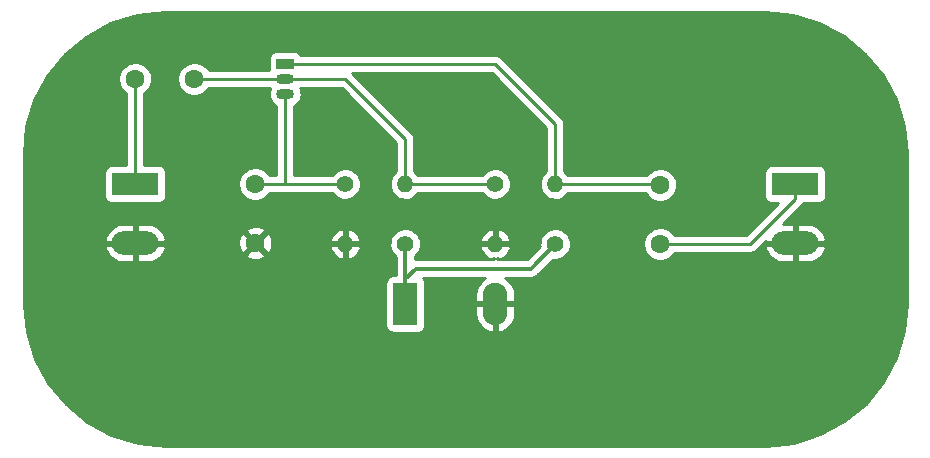
<source format=gbr>
G04 #@! TF.FileFunction,Copper,L1,Top,Signal*
%FSLAX46Y46*%
G04 Gerber Fmt 4.6, Leading zero omitted, Abs format (unit mm)*
G04 Created by KiCad (PCBNEW 4.0.6) date 06/11/17 17:15:35*
%MOMM*%
%LPD*%
G01*
G04 APERTURE LIST*
%ADD10C,0.100000*%
%ADD11R,2.100000X3.600000*%
%ADD12O,2.100000X3.600000*%
%ADD13R,3.960000X1.980000*%
%ADD14O,3.960000X1.980000*%
%ADD15C,1.600000*%
%ADD16O,1.500000X0.900000*%
%ADD17R,1.500000X0.900000*%
%ADD18C,1.400000*%
%ADD19O,1.400000X1.400000*%
%ADD20C,0.250000*%
%ADD21C,0.300000*%
%ADD22C,0.254000*%
G04 APERTURE END LIST*
D10*
D11*
X83820000Y-63500000D03*
D12*
X91440000Y-63500000D03*
D13*
X116840000Y-53340000D03*
D14*
X116840000Y-58340000D03*
D15*
X60960000Y-44450000D03*
X65960000Y-44450000D03*
X71120000Y-53340000D03*
X71120000Y-58340000D03*
X105410000Y-53420000D03*
X105410000Y-58420000D03*
D13*
X60960000Y-53340000D03*
D14*
X60960000Y-58340000D03*
D16*
X73660000Y-44450000D03*
X73660000Y-45720000D03*
D17*
X73660000Y-43180000D03*
D18*
X83820000Y-58420000D03*
D19*
X83820000Y-53340000D03*
D18*
X91440000Y-53340000D03*
D19*
X91440000Y-58420000D03*
D18*
X96520000Y-58420000D03*
D19*
X96520000Y-53340000D03*
D18*
X78740000Y-53340000D03*
D19*
X78740000Y-58420000D03*
D20*
X60960000Y-44450000D02*
X60960000Y-53340000D01*
X83820000Y-53340000D02*
X91440000Y-53340000D01*
X73660000Y-44450000D02*
X78740000Y-44450000D01*
X83820000Y-49530000D02*
X83820000Y-53340000D01*
X78740000Y-44450000D02*
X83820000Y-49530000D01*
X65960000Y-44450000D02*
X73660000Y-44450000D01*
X71120000Y-53340000D02*
X73660000Y-53340000D01*
X73660000Y-53340000D02*
X78740000Y-53340000D01*
X73660000Y-45720000D02*
X73660000Y-53340000D01*
X96520000Y-53340000D02*
X105330000Y-53340000D01*
X105330000Y-53340000D02*
X105410000Y-53420000D01*
X73660000Y-43180000D02*
X91440000Y-43180000D01*
X91440000Y-43180000D02*
X96520000Y-48260000D01*
X96520000Y-48260000D02*
X96520000Y-53340000D01*
X105410000Y-58420000D02*
X113000000Y-58420000D01*
X113000000Y-58420000D02*
X116840000Y-54580000D01*
X116840000Y-54580000D02*
X116840000Y-53340000D01*
X116760000Y-53420000D02*
X116840000Y-53340000D01*
D21*
X84720000Y-60500000D02*
X94440000Y-60500000D01*
X94440000Y-60500000D02*
X96520000Y-58420000D01*
X83820000Y-63500000D02*
X83820000Y-61400000D01*
X83820000Y-61400000D02*
X84720000Y-60500000D01*
X83820000Y-58420000D02*
X83820000Y-63500000D01*
D22*
G36*
X116628206Y-39041687D02*
X118867735Y-39717840D01*
X120933283Y-40816112D01*
X122746165Y-42294663D01*
X124237340Y-44097185D01*
X125349999Y-46155003D01*
X126041772Y-48389759D01*
X126289820Y-50749782D01*
X126290000Y-50801327D01*
X126290000Y-63465280D01*
X126058313Y-65828206D01*
X125382160Y-68067735D01*
X124283890Y-70133280D01*
X122805339Y-71946162D01*
X121002822Y-73437336D01*
X118944993Y-74550001D01*
X116710240Y-75241772D01*
X114350218Y-75489820D01*
X114298674Y-75490000D01*
X63534720Y-75490000D01*
X61171794Y-75258313D01*
X58932265Y-74582160D01*
X56866720Y-73483890D01*
X55053838Y-72005339D01*
X53562664Y-70202822D01*
X52449999Y-68144993D01*
X51758228Y-65910240D01*
X51510180Y-63550218D01*
X51510000Y-63498674D01*
X51510000Y-61700000D01*
X82131928Y-61700000D01*
X82131928Y-65300000D01*
X82139992Y-65401121D01*
X82193106Y-65572634D01*
X82291900Y-65722559D01*
X82428550Y-65839025D01*
X82592237Y-65912810D01*
X82770000Y-65938072D01*
X84870000Y-65938072D01*
X84971121Y-65930008D01*
X85142634Y-65876894D01*
X85292559Y-65778100D01*
X85409025Y-65641450D01*
X85482810Y-65477763D01*
X85508072Y-65300000D01*
X85508072Y-63627000D01*
X89755000Y-63627000D01*
X89755000Y-64377000D01*
X89812153Y-64703287D01*
X89931864Y-65012154D01*
X90109531Y-65291732D01*
X90338327Y-65531277D01*
X90609460Y-65721583D01*
X90912510Y-65855337D01*
X91051721Y-65889654D01*
X91313000Y-65770957D01*
X91313000Y-63627000D01*
X91567000Y-63627000D01*
X91567000Y-65770957D01*
X91828279Y-65889654D01*
X91967490Y-65855337D01*
X92270540Y-65721583D01*
X92541673Y-65531277D01*
X92770469Y-65291732D01*
X92948136Y-65012154D01*
X93067847Y-64703287D01*
X93125000Y-64377000D01*
X93125000Y-63627000D01*
X91567000Y-63627000D01*
X91313000Y-63627000D01*
X89755000Y-63627000D01*
X85508072Y-63627000D01*
X85508072Y-61700000D01*
X85500008Y-61598879D01*
X85446894Y-61427366D01*
X85353081Y-61285000D01*
X90600081Y-61285000D01*
X90338327Y-61468723D01*
X90109531Y-61708268D01*
X89931864Y-61987846D01*
X89812153Y-62296713D01*
X89755000Y-62623000D01*
X89755000Y-63373000D01*
X91313000Y-63373000D01*
X91313000Y-63353000D01*
X91567000Y-63353000D01*
X91567000Y-63373000D01*
X93125000Y-63373000D01*
X93125000Y-62623000D01*
X93067847Y-62296713D01*
X92948136Y-61987846D01*
X92770469Y-61708268D01*
X92541673Y-61468723D01*
X92279919Y-61285000D01*
X94440000Y-61285000D01*
X94512183Y-61277922D01*
X94584402Y-61271604D01*
X94588364Y-61270453D01*
X94592474Y-61270050D01*
X94661935Y-61249079D01*
X94731524Y-61228861D01*
X94735186Y-61226963D01*
X94739140Y-61225769D01*
X94803138Y-61191740D01*
X94867542Y-61158357D01*
X94870772Y-61155778D01*
X94874412Y-61153843D01*
X94930609Y-61108010D01*
X94987274Y-61062774D01*
X94993018Y-61057110D01*
X94993138Y-61057013D01*
X94993229Y-61056903D01*
X94995079Y-61055079D01*
X96309496Y-59740662D01*
X96361166Y-59752023D01*
X96622915Y-59757505D01*
X96880745Y-59712043D01*
X97124834Y-59617367D01*
X97345885Y-59477084D01*
X97535478Y-59296537D01*
X97686392Y-59082603D01*
X97792878Y-58843430D01*
X97850881Y-58588129D01*
X97851543Y-58540659D01*
X103973114Y-58540659D01*
X104023915Y-58817453D01*
X104127512Y-59079109D01*
X104279959Y-59315660D01*
X104475448Y-59518095D01*
X104706534Y-59678704D01*
X104964415Y-59791369D01*
X105239268Y-59851800D01*
X105520624Y-59857693D01*
X105797767Y-59808826D01*
X106060140Y-59707058D01*
X106297749Y-59556267D01*
X106501544Y-59362195D01*
X106630068Y-59180000D01*
X113000000Y-59180000D01*
X113069877Y-59173149D01*
X113139803Y-59167031D01*
X113143641Y-59165916D01*
X113147618Y-59165526D01*
X113214821Y-59145236D01*
X113282240Y-59125649D01*
X113285788Y-59123810D01*
X113289613Y-59122655D01*
X113351591Y-59089701D01*
X113413925Y-59057390D01*
X113417048Y-59054897D01*
X113420578Y-59053020D01*
X113474987Y-59008645D01*
X113529846Y-58964852D01*
X113535406Y-58959369D01*
X113535522Y-58959274D01*
X113535611Y-58959166D01*
X113537401Y-58957401D01*
X113775937Y-58718865D01*
X114269782Y-58718865D01*
X114300095Y-58844528D01*
X114428304Y-59137205D01*
X114611148Y-59399246D01*
X114841601Y-59620581D01*
X115110806Y-59792704D01*
X115408418Y-59909000D01*
X115723000Y-59965000D01*
X116713000Y-59965000D01*
X116713000Y-58467000D01*
X116967000Y-58467000D01*
X116967000Y-59965000D01*
X117957000Y-59965000D01*
X118271582Y-59909000D01*
X118569194Y-59792704D01*
X118838399Y-59620581D01*
X119068852Y-59399246D01*
X119251696Y-59137205D01*
X119379905Y-58844528D01*
X119410218Y-58718865D01*
X119290740Y-58467000D01*
X116967000Y-58467000D01*
X116713000Y-58467000D01*
X114389260Y-58467000D01*
X114269782Y-58718865D01*
X113775937Y-58718865D01*
X114354686Y-58140116D01*
X114389260Y-58213000D01*
X116713000Y-58213000D01*
X116713000Y-56715000D01*
X116967000Y-56715000D01*
X116967000Y-58213000D01*
X119290740Y-58213000D01*
X119410218Y-57961135D01*
X119379905Y-57835472D01*
X119251696Y-57542795D01*
X119068852Y-57280754D01*
X118838399Y-57059419D01*
X118569194Y-56887296D01*
X118271582Y-56771000D01*
X117957000Y-56715000D01*
X116967000Y-56715000D01*
X116713000Y-56715000D01*
X115779802Y-56715000D01*
X117377401Y-55117401D01*
X117421968Y-55063145D01*
X117467086Y-55009375D01*
X117469011Y-55005874D01*
X117471548Y-55002785D01*
X117490161Y-54968072D01*
X118820000Y-54968072D01*
X118921121Y-54960008D01*
X119092634Y-54906894D01*
X119242559Y-54808100D01*
X119359025Y-54671450D01*
X119432810Y-54507763D01*
X119458072Y-54330000D01*
X119458072Y-52350000D01*
X119450008Y-52248879D01*
X119396894Y-52077366D01*
X119298100Y-51927441D01*
X119161450Y-51810975D01*
X118997763Y-51737190D01*
X118820000Y-51711928D01*
X114860000Y-51711928D01*
X114758879Y-51719992D01*
X114587366Y-51773106D01*
X114437441Y-51871900D01*
X114320975Y-52008550D01*
X114247190Y-52172237D01*
X114221928Y-52350000D01*
X114221928Y-54330000D01*
X114229992Y-54431121D01*
X114283106Y-54602634D01*
X114381900Y-54752559D01*
X114518550Y-54869025D01*
X114682237Y-54942810D01*
X114860000Y-54968072D01*
X115377126Y-54968072D01*
X112685198Y-57660000D01*
X106627982Y-57660000D01*
X106527426Y-57508650D01*
X106329129Y-57308964D01*
X106095823Y-57151597D01*
X105836394Y-57042543D01*
X105560724Y-56985956D01*
X105279313Y-56983991D01*
X105002880Y-57036724D01*
X104741954Y-57142145D01*
X104506473Y-57296239D01*
X104305408Y-57493137D01*
X104146416Y-57725339D01*
X104035553Y-57984000D01*
X103977043Y-58259268D01*
X103973114Y-58540659D01*
X97851543Y-58540659D01*
X97855057Y-58289097D01*
X97804205Y-58032276D01*
X97704438Y-57790223D01*
X97559556Y-57572159D01*
X97375078Y-57386388D01*
X97158030Y-57239988D01*
X96916680Y-57138533D01*
X96660221Y-57085890D01*
X96398420Y-57084062D01*
X96141251Y-57133120D01*
X95898507Y-57231194D01*
X95679437Y-57374550D01*
X95492383Y-57557727D01*
X95344471Y-57773747D01*
X95241334Y-58014383D01*
X95186901Y-58270469D01*
X95183246Y-58532250D01*
X95200978Y-58628864D01*
X94114842Y-59715000D01*
X91567002Y-59715000D01*
X91567002Y-59589375D01*
X91773329Y-59712716D01*
X91881044Y-59680047D01*
X92118392Y-59569792D01*
X92329670Y-59415351D01*
X92506759Y-59222660D01*
X92642853Y-58999123D01*
X92732722Y-58753330D01*
X92610201Y-58547000D01*
X91567000Y-58547000D01*
X91567000Y-58567000D01*
X91313000Y-58567000D01*
X91313000Y-58547000D01*
X90269799Y-58547000D01*
X90147278Y-58753330D01*
X90237147Y-58999123D01*
X90373241Y-59222660D01*
X90550330Y-59415351D01*
X90761608Y-59569792D01*
X90998956Y-59680047D01*
X91106671Y-59712716D01*
X91312998Y-59589375D01*
X91312998Y-59715000D01*
X84720000Y-59715000D01*
X84647817Y-59722078D01*
X84605000Y-59725824D01*
X84605000Y-59503030D01*
X84645885Y-59477084D01*
X84835478Y-59296537D01*
X84986392Y-59082603D01*
X85092878Y-58843430D01*
X85150881Y-58588129D01*
X85155057Y-58289097D01*
X85114976Y-58086670D01*
X90147278Y-58086670D01*
X90269799Y-58293000D01*
X91313000Y-58293000D01*
X91313000Y-57250626D01*
X91567000Y-57250626D01*
X91567000Y-58293000D01*
X92610201Y-58293000D01*
X92732722Y-58086670D01*
X92642853Y-57840877D01*
X92506759Y-57617340D01*
X92329670Y-57424649D01*
X92118392Y-57270208D01*
X91881044Y-57159953D01*
X91773329Y-57127284D01*
X91567000Y-57250626D01*
X91313000Y-57250626D01*
X91106671Y-57127284D01*
X90998956Y-57159953D01*
X90761608Y-57270208D01*
X90550330Y-57424649D01*
X90373241Y-57617340D01*
X90237147Y-57840877D01*
X90147278Y-58086670D01*
X85114976Y-58086670D01*
X85104205Y-58032276D01*
X85004438Y-57790223D01*
X84859556Y-57572159D01*
X84675078Y-57386388D01*
X84458030Y-57239988D01*
X84216680Y-57138533D01*
X83960221Y-57085890D01*
X83698420Y-57084062D01*
X83441251Y-57133120D01*
X83198507Y-57231194D01*
X82979437Y-57374550D01*
X82792383Y-57557727D01*
X82644471Y-57773747D01*
X82541334Y-58014383D01*
X82486901Y-58270469D01*
X82483246Y-58532250D01*
X82530507Y-58789756D01*
X82626884Y-59033178D01*
X82768707Y-59253244D01*
X82950574Y-59441572D01*
X83035000Y-59500250D01*
X83035000Y-61061928D01*
X82770000Y-61061928D01*
X82668879Y-61069992D01*
X82497366Y-61123106D01*
X82347441Y-61221900D01*
X82230975Y-61358550D01*
X82157190Y-61522237D01*
X82131928Y-61700000D01*
X51510000Y-61700000D01*
X51510000Y-58718865D01*
X58389782Y-58718865D01*
X58420095Y-58844528D01*
X58548304Y-59137205D01*
X58731148Y-59399246D01*
X58961601Y-59620581D01*
X59230806Y-59792704D01*
X59528418Y-59909000D01*
X59843000Y-59965000D01*
X60833000Y-59965000D01*
X60833000Y-58467000D01*
X61087000Y-58467000D01*
X61087000Y-59965000D01*
X62077000Y-59965000D01*
X62391582Y-59909000D01*
X62689194Y-59792704D01*
X62958399Y-59620581D01*
X63188852Y-59399246D01*
X63235284Y-59332702D01*
X70306903Y-59332702D01*
X70378486Y-59576671D01*
X70633996Y-59697571D01*
X70908184Y-59766300D01*
X71190512Y-59780217D01*
X71470130Y-59738787D01*
X71736292Y-59643603D01*
X71861514Y-59576671D01*
X71933097Y-59332702D01*
X71120000Y-58519605D01*
X70306903Y-59332702D01*
X63235284Y-59332702D01*
X63371696Y-59137205D01*
X63499905Y-58844528D01*
X63530218Y-58718865D01*
X63410740Y-58467000D01*
X61087000Y-58467000D01*
X60833000Y-58467000D01*
X58509260Y-58467000D01*
X58389782Y-58718865D01*
X51510000Y-58718865D01*
X51510000Y-58410512D01*
X69679783Y-58410512D01*
X69721213Y-58690130D01*
X69816397Y-58956292D01*
X69883329Y-59081514D01*
X70127298Y-59153097D01*
X70940395Y-58340000D01*
X71299605Y-58340000D01*
X72112702Y-59153097D01*
X72356671Y-59081514D01*
X72477571Y-58826004D01*
X72495787Y-58753330D01*
X77447278Y-58753330D01*
X77537147Y-58999123D01*
X77673241Y-59222660D01*
X77850330Y-59415351D01*
X78061608Y-59569792D01*
X78298956Y-59680047D01*
X78406671Y-59712716D01*
X78613000Y-59589374D01*
X78613000Y-58547000D01*
X78867000Y-58547000D01*
X78867000Y-59589374D01*
X79073329Y-59712716D01*
X79181044Y-59680047D01*
X79418392Y-59569792D01*
X79629670Y-59415351D01*
X79806759Y-59222660D01*
X79942853Y-58999123D01*
X80032722Y-58753330D01*
X79910201Y-58547000D01*
X78867000Y-58547000D01*
X78613000Y-58547000D01*
X77569799Y-58547000D01*
X77447278Y-58753330D01*
X72495787Y-58753330D01*
X72546300Y-58551816D01*
X72560217Y-58269488D01*
X72533130Y-58086670D01*
X77447278Y-58086670D01*
X77569799Y-58293000D01*
X78613000Y-58293000D01*
X78613000Y-57250626D01*
X78867000Y-57250626D01*
X78867000Y-58293000D01*
X79910201Y-58293000D01*
X80032722Y-58086670D01*
X79942853Y-57840877D01*
X79806759Y-57617340D01*
X79629670Y-57424649D01*
X79418392Y-57270208D01*
X79181044Y-57159953D01*
X79073329Y-57127284D01*
X78867000Y-57250626D01*
X78613000Y-57250626D01*
X78406671Y-57127284D01*
X78298956Y-57159953D01*
X78061608Y-57270208D01*
X77850330Y-57424649D01*
X77673241Y-57617340D01*
X77537147Y-57840877D01*
X77447278Y-58086670D01*
X72533130Y-58086670D01*
X72518787Y-57989870D01*
X72423603Y-57723708D01*
X72356671Y-57598486D01*
X72112702Y-57526903D01*
X71299605Y-58340000D01*
X70940395Y-58340000D01*
X70127298Y-57526903D01*
X69883329Y-57598486D01*
X69762429Y-57853996D01*
X69693700Y-58128184D01*
X69679783Y-58410512D01*
X51510000Y-58410512D01*
X51510000Y-57961135D01*
X58389782Y-57961135D01*
X58509260Y-58213000D01*
X60833000Y-58213000D01*
X60833000Y-56715000D01*
X61087000Y-56715000D01*
X61087000Y-58213000D01*
X63410740Y-58213000D01*
X63530218Y-57961135D01*
X63499905Y-57835472D01*
X63371696Y-57542795D01*
X63235285Y-57347298D01*
X70306903Y-57347298D01*
X71120000Y-58160395D01*
X71933097Y-57347298D01*
X71861514Y-57103329D01*
X71606004Y-56982429D01*
X71331816Y-56913700D01*
X71049488Y-56899783D01*
X70769870Y-56941213D01*
X70503708Y-57036397D01*
X70378486Y-57103329D01*
X70306903Y-57347298D01*
X63235285Y-57347298D01*
X63188852Y-57280754D01*
X62958399Y-57059419D01*
X62689194Y-56887296D01*
X62391582Y-56771000D01*
X62077000Y-56715000D01*
X61087000Y-56715000D01*
X60833000Y-56715000D01*
X59843000Y-56715000D01*
X59528418Y-56771000D01*
X59230806Y-56887296D01*
X58961601Y-57059419D01*
X58731148Y-57280754D01*
X58548304Y-57542795D01*
X58420095Y-57835472D01*
X58389782Y-57961135D01*
X51510000Y-57961135D01*
X51510000Y-52350000D01*
X58341928Y-52350000D01*
X58341928Y-54330000D01*
X58349992Y-54431121D01*
X58403106Y-54602634D01*
X58501900Y-54752559D01*
X58638550Y-54869025D01*
X58802237Y-54942810D01*
X58980000Y-54968072D01*
X62940000Y-54968072D01*
X63041121Y-54960008D01*
X63212634Y-54906894D01*
X63362559Y-54808100D01*
X63479025Y-54671450D01*
X63552810Y-54507763D01*
X63578072Y-54330000D01*
X63578072Y-52350000D01*
X63570008Y-52248879D01*
X63516894Y-52077366D01*
X63418100Y-51927441D01*
X63281450Y-51810975D01*
X63117763Y-51737190D01*
X62940000Y-51711928D01*
X61720000Y-51711928D01*
X61720000Y-45667339D01*
X61847749Y-45586267D01*
X62051544Y-45392195D01*
X62213762Y-45162236D01*
X62328225Y-44905148D01*
X62390573Y-44630723D01*
X62391411Y-44570659D01*
X64523114Y-44570659D01*
X64573915Y-44847453D01*
X64677512Y-45109109D01*
X64829959Y-45345660D01*
X65025448Y-45548095D01*
X65256534Y-45708704D01*
X65514415Y-45821369D01*
X65789268Y-45881800D01*
X66070624Y-45887693D01*
X66347767Y-45838826D01*
X66610140Y-45737058D01*
X66847749Y-45586267D01*
X67051544Y-45392195D01*
X67180068Y-45210000D01*
X72401494Y-45210000D01*
X72353077Y-45299546D01*
X72290460Y-45501830D01*
X72268325Y-45712425D01*
X72287517Y-45923309D01*
X72347305Y-46126448D01*
X72445410Y-46314106D01*
X72578096Y-46479135D01*
X72740310Y-46615248D01*
X72900000Y-46703039D01*
X72900000Y-52580000D01*
X72337982Y-52580000D01*
X72237426Y-52428650D01*
X72039129Y-52228964D01*
X71805823Y-52071597D01*
X71546394Y-51962543D01*
X71270724Y-51905956D01*
X70989313Y-51903991D01*
X70712880Y-51956724D01*
X70451954Y-52062145D01*
X70216473Y-52216239D01*
X70015408Y-52413137D01*
X69856416Y-52645339D01*
X69745553Y-52904000D01*
X69687043Y-53179268D01*
X69683114Y-53460659D01*
X69733915Y-53737453D01*
X69837512Y-53999109D01*
X69989959Y-54235660D01*
X70185448Y-54438095D01*
X70416534Y-54598704D01*
X70674415Y-54711369D01*
X70949268Y-54771800D01*
X71230624Y-54777693D01*
X71507767Y-54728826D01*
X71770140Y-54627058D01*
X72007749Y-54476267D01*
X72211544Y-54282195D01*
X72340068Y-54100000D01*
X77641504Y-54100000D01*
X77688707Y-54173244D01*
X77870574Y-54361572D01*
X78085556Y-54510989D01*
X78325466Y-54615803D01*
X78581166Y-54672023D01*
X78842915Y-54677505D01*
X79100745Y-54632043D01*
X79344834Y-54537367D01*
X79565885Y-54397084D01*
X79755478Y-54216537D01*
X79906392Y-54002603D01*
X80012878Y-53763430D01*
X80070881Y-53508129D01*
X80075057Y-53209097D01*
X80024205Y-52952276D01*
X79924438Y-52710223D01*
X79779556Y-52492159D01*
X79595078Y-52306388D01*
X79378030Y-52159988D01*
X79136680Y-52058533D01*
X78880221Y-52005890D01*
X78618420Y-52004062D01*
X78361251Y-52053120D01*
X78118507Y-52151194D01*
X77899437Y-52294550D01*
X77712383Y-52477727D01*
X77642355Y-52580000D01*
X74420000Y-52580000D01*
X74420000Y-46701950D01*
X74567131Y-46623720D01*
X74731229Y-46489884D01*
X74866207Y-46326724D01*
X74966923Y-46140454D01*
X75029540Y-45938170D01*
X75051675Y-45727575D01*
X75032483Y-45516691D01*
X74972695Y-45313552D01*
X74918559Y-45210000D01*
X78425198Y-45210000D01*
X83060000Y-49844802D01*
X83060000Y-52239780D01*
X82885949Y-52379720D01*
X82718473Y-52579310D01*
X82592954Y-52807629D01*
X82514173Y-53055979D01*
X82485130Y-53314901D01*
X82485000Y-53333541D01*
X82485000Y-53346459D01*
X82510425Y-53605762D01*
X82585731Y-53855188D01*
X82708050Y-54085237D01*
X82872723Y-54287146D01*
X83073477Y-54453224D01*
X83302667Y-54577146D01*
X83551561Y-54654192D01*
X83810680Y-54681426D01*
X84070154Y-54657812D01*
X84320100Y-54584249D01*
X84550997Y-54463539D01*
X84754051Y-54300280D01*
X84921527Y-54100690D01*
X84921906Y-54100000D01*
X90341504Y-54100000D01*
X90388707Y-54173244D01*
X90570574Y-54361572D01*
X90785556Y-54510989D01*
X91025466Y-54615803D01*
X91281166Y-54672023D01*
X91542915Y-54677505D01*
X91800745Y-54632043D01*
X92044834Y-54537367D01*
X92265885Y-54397084D01*
X92455478Y-54216537D01*
X92606392Y-54002603D01*
X92712878Y-53763430D01*
X92770881Y-53508129D01*
X92775057Y-53209097D01*
X92724205Y-52952276D01*
X92624438Y-52710223D01*
X92479556Y-52492159D01*
X92295078Y-52306388D01*
X92078030Y-52159988D01*
X91836680Y-52058533D01*
X91580221Y-52005890D01*
X91318420Y-52004062D01*
X91061251Y-52053120D01*
X90818507Y-52151194D01*
X90599437Y-52294550D01*
X90412383Y-52477727D01*
X90342355Y-52580000D01*
X84919910Y-52580000D01*
X84767277Y-52392854D01*
X84580000Y-52237925D01*
X84580000Y-49530000D01*
X84573148Y-49460119D01*
X84567031Y-49390197D01*
X84565916Y-49386359D01*
X84565526Y-49382382D01*
X84545246Y-49315212D01*
X84525650Y-49247761D01*
X84523809Y-49244210D01*
X84522655Y-49240387D01*
X84489710Y-49178426D01*
X84457390Y-49116075D01*
X84454897Y-49112952D01*
X84453020Y-49109422D01*
X84408645Y-49055013D01*
X84364852Y-49000154D01*
X84359369Y-48994594D01*
X84359274Y-48994478D01*
X84359166Y-48994389D01*
X84357401Y-48992599D01*
X79304802Y-43940000D01*
X91125198Y-43940000D01*
X95760000Y-48574802D01*
X95760000Y-52239780D01*
X95585949Y-52379720D01*
X95418473Y-52579310D01*
X95292954Y-52807629D01*
X95214173Y-53055979D01*
X95185130Y-53314901D01*
X95185000Y-53333541D01*
X95185000Y-53346459D01*
X95210425Y-53605762D01*
X95285731Y-53855188D01*
X95408050Y-54085237D01*
X95572723Y-54287146D01*
X95773477Y-54453224D01*
X96002667Y-54577146D01*
X96251561Y-54654192D01*
X96510680Y-54681426D01*
X96770154Y-54657812D01*
X97020100Y-54584249D01*
X97250997Y-54463539D01*
X97454051Y-54300280D01*
X97621527Y-54100690D01*
X97621906Y-54100000D01*
X104140975Y-54100000D01*
X104279959Y-54315660D01*
X104475448Y-54518095D01*
X104706534Y-54678704D01*
X104964415Y-54791369D01*
X105239268Y-54851800D01*
X105520624Y-54857693D01*
X105797767Y-54808826D01*
X106060140Y-54707058D01*
X106297749Y-54556267D01*
X106501544Y-54362195D01*
X106663762Y-54132236D01*
X106778225Y-53875148D01*
X106840573Y-53600723D01*
X106845061Y-53279291D01*
X106790400Y-53003233D01*
X106683160Y-52743049D01*
X106527426Y-52508650D01*
X106329129Y-52308964D01*
X106095823Y-52151597D01*
X105836394Y-52042543D01*
X105560724Y-51985956D01*
X105279313Y-51983991D01*
X105002880Y-52036724D01*
X104741954Y-52142145D01*
X104506473Y-52296239D01*
X104305408Y-52493137D01*
X104245932Y-52580000D01*
X97619910Y-52580000D01*
X97467277Y-52392854D01*
X97280000Y-52237925D01*
X97280000Y-48260000D01*
X97273148Y-48190119D01*
X97267031Y-48120197D01*
X97265916Y-48116359D01*
X97265526Y-48112382D01*
X97245246Y-48045212D01*
X97225650Y-47977761D01*
X97223809Y-47974210D01*
X97222655Y-47970387D01*
X97189710Y-47908426D01*
X97157390Y-47846075D01*
X97154897Y-47842952D01*
X97153020Y-47839422D01*
X97108645Y-47785013D01*
X97064852Y-47730154D01*
X97059369Y-47724594D01*
X97059274Y-47724478D01*
X97059166Y-47724389D01*
X97057401Y-47722599D01*
X91977401Y-42642599D01*
X91923145Y-42598032D01*
X91869375Y-42552914D01*
X91865874Y-42550989D01*
X91862785Y-42548452D01*
X91800933Y-42515287D01*
X91739396Y-42481457D01*
X91735584Y-42480248D01*
X91732065Y-42478361D01*
X91664969Y-42457848D01*
X91598013Y-42436608D01*
X91594041Y-42436162D01*
X91590219Y-42434994D01*
X91520351Y-42427897D01*
X91450611Y-42420074D01*
X91442806Y-42420020D01*
X91442653Y-42420004D01*
X91442510Y-42420018D01*
X91440000Y-42420000D01*
X74962271Y-42420000D01*
X74888100Y-42307441D01*
X74751450Y-42190975D01*
X74587763Y-42117190D01*
X74410000Y-42091928D01*
X72910000Y-42091928D01*
X72808879Y-42099992D01*
X72637366Y-42153106D01*
X72487441Y-42251900D01*
X72370975Y-42388550D01*
X72297190Y-42552237D01*
X72271928Y-42730000D01*
X72271928Y-43630000D01*
X72276713Y-43690000D01*
X67177982Y-43690000D01*
X67077426Y-43538650D01*
X66879129Y-43338964D01*
X66645823Y-43181597D01*
X66386394Y-43072543D01*
X66110724Y-43015956D01*
X65829313Y-43013991D01*
X65552880Y-43066724D01*
X65291954Y-43172145D01*
X65056473Y-43326239D01*
X64855408Y-43523137D01*
X64696416Y-43755339D01*
X64585553Y-44014000D01*
X64527043Y-44289268D01*
X64523114Y-44570659D01*
X62391411Y-44570659D01*
X62395061Y-44309291D01*
X62340400Y-44033233D01*
X62233160Y-43773049D01*
X62077426Y-43538650D01*
X61879129Y-43338964D01*
X61645823Y-43181597D01*
X61386394Y-43072543D01*
X61110724Y-43015956D01*
X60829313Y-43013991D01*
X60552880Y-43066724D01*
X60291954Y-43172145D01*
X60056473Y-43326239D01*
X59855408Y-43523137D01*
X59696416Y-43755339D01*
X59585553Y-44014000D01*
X59527043Y-44289268D01*
X59523114Y-44570659D01*
X59573915Y-44847453D01*
X59677512Y-45109109D01*
X59829959Y-45345660D01*
X60025448Y-45548095D01*
X60200000Y-45669412D01*
X60200000Y-51711928D01*
X58980000Y-51711928D01*
X58878879Y-51719992D01*
X58707366Y-51773106D01*
X58557441Y-51871900D01*
X58440975Y-52008550D01*
X58367190Y-52172237D01*
X58341928Y-52350000D01*
X51510000Y-52350000D01*
X51510000Y-50834720D01*
X51741687Y-48471794D01*
X52417840Y-46232265D01*
X53516112Y-44166717D01*
X54994663Y-42353835D01*
X56797185Y-40862660D01*
X58855003Y-39750001D01*
X61089759Y-39058228D01*
X63449782Y-38810180D01*
X63501327Y-38810000D01*
X114265280Y-38810000D01*
X116628206Y-39041687D01*
X116628206Y-39041687D01*
G37*
X116628206Y-39041687D02*
X118867735Y-39717840D01*
X120933283Y-40816112D01*
X122746165Y-42294663D01*
X124237340Y-44097185D01*
X125349999Y-46155003D01*
X126041772Y-48389759D01*
X126289820Y-50749782D01*
X126290000Y-50801327D01*
X126290000Y-63465280D01*
X126058313Y-65828206D01*
X125382160Y-68067735D01*
X124283890Y-70133280D01*
X122805339Y-71946162D01*
X121002822Y-73437336D01*
X118944993Y-74550001D01*
X116710240Y-75241772D01*
X114350218Y-75489820D01*
X114298674Y-75490000D01*
X63534720Y-75490000D01*
X61171794Y-75258313D01*
X58932265Y-74582160D01*
X56866720Y-73483890D01*
X55053838Y-72005339D01*
X53562664Y-70202822D01*
X52449999Y-68144993D01*
X51758228Y-65910240D01*
X51510180Y-63550218D01*
X51510000Y-63498674D01*
X51510000Y-61700000D01*
X82131928Y-61700000D01*
X82131928Y-65300000D01*
X82139992Y-65401121D01*
X82193106Y-65572634D01*
X82291900Y-65722559D01*
X82428550Y-65839025D01*
X82592237Y-65912810D01*
X82770000Y-65938072D01*
X84870000Y-65938072D01*
X84971121Y-65930008D01*
X85142634Y-65876894D01*
X85292559Y-65778100D01*
X85409025Y-65641450D01*
X85482810Y-65477763D01*
X85508072Y-65300000D01*
X85508072Y-63627000D01*
X89755000Y-63627000D01*
X89755000Y-64377000D01*
X89812153Y-64703287D01*
X89931864Y-65012154D01*
X90109531Y-65291732D01*
X90338327Y-65531277D01*
X90609460Y-65721583D01*
X90912510Y-65855337D01*
X91051721Y-65889654D01*
X91313000Y-65770957D01*
X91313000Y-63627000D01*
X91567000Y-63627000D01*
X91567000Y-65770957D01*
X91828279Y-65889654D01*
X91967490Y-65855337D01*
X92270540Y-65721583D01*
X92541673Y-65531277D01*
X92770469Y-65291732D01*
X92948136Y-65012154D01*
X93067847Y-64703287D01*
X93125000Y-64377000D01*
X93125000Y-63627000D01*
X91567000Y-63627000D01*
X91313000Y-63627000D01*
X89755000Y-63627000D01*
X85508072Y-63627000D01*
X85508072Y-61700000D01*
X85500008Y-61598879D01*
X85446894Y-61427366D01*
X85353081Y-61285000D01*
X90600081Y-61285000D01*
X90338327Y-61468723D01*
X90109531Y-61708268D01*
X89931864Y-61987846D01*
X89812153Y-62296713D01*
X89755000Y-62623000D01*
X89755000Y-63373000D01*
X91313000Y-63373000D01*
X91313000Y-63353000D01*
X91567000Y-63353000D01*
X91567000Y-63373000D01*
X93125000Y-63373000D01*
X93125000Y-62623000D01*
X93067847Y-62296713D01*
X92948136Y-61987846D01*
X92770469Y-61708268D01*
X92541673Y-61468723D01*
X92279919Y-61285000D01*
X94440000Y-61285000D01*
X94512183Y-61277922D01*
X94584402Y-61271604D01*
X94588364Y-61270453D01*
X94592474Y-61270050D01*
X94661935Y-61249079D01*
X94731524Y-61228861D01*
X94735186Y-61226963D01*
X94739140Y-61225769D01*
X94803138Y-61191740D01*
X94867542Y-61158357D01*
X94870772Y-61155778D01*
X94874412Y-61153843D01*
X94930609Y-61108010D01*
X94987274Y-61062774D01*
X94993018Y-61057110D01*
X94993138Y-61057013D01*
X94993229Y-61056903D01*
X94995079Y-61055079D01*
X96309496Y-59740662D01*
X96361166Y-59752023D01*
X96622915Y-59757505D01*
X96880745Y-59712043D01*
X97124834Y-59617367D01*
X97345885Y-59477084D01*
X97535478Y-59296537D01*
X97686392Y-59082603D01*
X97792878Y-58843430D01*
X97850881Y-58588129D01*
X97851543Y-58540659D01*
X103973114Y-58540659D01*
X104023915Y-58817453D01*
X104127512Y-59079109D01*
X104279959Y-59315660D01*
X104475448Y-59518095D01*
X104706534Y-59678704D01*
X104964415Y-59791369D01*
X105239268Y-59851800D01*
X105520624Y-59857693D01*
X105797767Y-59808826D01*
X106060140Y-59707058D01*
X106297749Y-59556267D01*
X106501544Y-59362195D01*
X106630068Y-59180000D01*
X113000000Y-59180000D01*
X113069877Y-59173149D01*
X113139803Y-59167031D01*
X113143641Y-59165916D01*
X113147618Y-59165526D01*
X113214821Y-59145236D01*
X113282240Y-59125649D01*
X113285788Y-59123810D01*
X113289613Y-59122655D01*
X113351591Y-59089701D01*
X113413925Y-59057390D01*
X113417048Y-59054897D01*
X113420578Y-59053020D01*
X113474987Y-59008645D01*
X113529846Y-58964852D01*
X113535406Y-58959369D01*
X113535522Y-58959274D01*
X113535611Y-58959166D01*
X113537401Y-58957401D01*
X113775937Y-58718865D01*
X114269782Y-58718865D01*
X114300095Y-58844528D01*
X114428304Y-59137205D01*
X114611148Y-59399246D01*
X114841601Y-59620581D01*
X115110806Y-59792704D01*
X115408418Y-59909000D01*
X115723000Y-59965000D01*
X116713000Y-59965000D01*
X116713000Y-58467000D01*
X116967000Y-58467000D01*
X116967000Y-59965000D01*
X117957000Y-59965000D01*
X118271582Y-59909000D01*
X118569194Y-59792704D01*
X118838399Y-59620581D01*
X119068852Y-59399246D01*
X119251696Y-59137205D01*
X119379905Y-58844528D01*
X119410218Y-58718865D01*
X119290740Y-58467000D01*
X116967000Y-58467000D01*
X116713000Y-58467000D01*
X114389260Y-58467000D01*
X114269782Y-58718865D01*
X113775937Y-58718865D01*
X114354686Y-58140116D01*
X114389260Y-58213000D01*
X116713000Y-58213000D01*
X116713000Y-56715000D01*
X116967000Y-56715000D01*
X116967000Y-58213000D01*
X119290740Y-58213000D01*
X119410218Y-57961135D01*
X119379905Y-57835472D01*
X119251696Y-57542795D01*
X119068852Y-57280754D01*
X118838399Y-57059419D01*
X118569194Y-56887296D01*
X118271582Y-56771000D01*
X117957000Y-56715000D01*
X116967000Y-56715000D01*
X116713000Y-56715000D01*
X115779802Y-56715000D01*
X117377401Y-55117401D01*
X117421968Y-55063145D01*
X117467086Y-55009375D01*
X117469011Y-55005874D01*
X117471548Y-55002785D01*
X117490161Y-54968072D01*
X118820000Y-54968072D01*
X118921121Y-54960008D01*
X119092634Y-54906894D01*
X119242559Y-54808100D01*
X119359025Y-54671450D01*
X119432810Y-54507763D01*
X119458072Y-54330000D01*
X119458072Y-52350000D01*
X119450008Y-52248879D01*
X119396894Y-52077366D01*
X119298100Y-51927441D01*
X119161450Y-51810975D01*
X118997763Y-51737190D01*
X118820000Y-51711928D01*
X114860000Y-51711928D01*
X114758879Y-51719992D01*
X114587366Y-51773106D01*
X114437441Y-51871900D01*
X114320975Y-52008550D01*
X114247190Y-52172237D01*
X114221928Y-52350000D01*
X114221928Y-54330000D01*
X114229992Y-54431121D01*
X114283106Y-54602634D01*
X114381900Y-54752559D01*
X114518550Y-54869025D01*
X114682237Y-54942810D01*
X114860000Y-54968072D01*
X115377126Y-54968072D01*
X112685198Y-57660000D01*
X106627982Y-57660000D01*
X106527426Y-57508650D01*
X106329129Y-57308964D01*
X106095823Y-57151597D01*
X105836394Y-57042543D01*
X105560724Y-56985956D01*
X105279313Y-56983991D01*
X105002880Y-57036724D01*
X104741954Y-57142145D01*
X104506473Y-57296239D01*
X104305408Y-57493137D01*
X104146416Y-57725339D01*
X104035553Y-57984000D01*
X103977043Y-58259268D01*
X103973114Y-58540659D01*
X97851543Y-58540659D01*
X97855057Y-58289097D01*
X97804205Y-58032276D01*
X97704438Y-57790223D01*
X97559556Y-57572159D01*
X97375078Y-57386388D01*
X97158030Y-57239988D01*
X96916680Y-57138533D01*
X96660221Y-57085890D01*
X96398420Y-57084062D01*
X96141251Y-57133120D01*
X95898507Y-57231194D01*
X95679437Y-57374550D01*
X95492383Y-57557727D01*
X95344471Y-57773747D01*
X95241334Y-58014383D01*
X95186901Y-58270469D01*
X95183246Y-58532250D01*
X95200978Y-58628864D01*
X94114842Y-59715000D01*
X91567002Y-59715000D01*
X91567002Y-59589375D01*
X91773329Y-59712716D01*
X91881044Y-59680047D01*
X92118392Y-59569792D01*
X92329670Y-59415351D01*
X92506759Y-59222660D01*
X92642853Y-58999123D01*
X92732722Y-58753330D01*
X92610201Y-58547000D01*
X91567000Y-58547000D01*
X91567000Y-58567000D01*
X91313000Y-58567000D01*
X91313000Y-58547000D01*
X90269799Y-58547000D01*
X90147278Y-58753330D01*
X90237147Y-58999123D01*
X90373241Y-59222660D01*
X90550330Y-59415351D01*
X90761608Y-59569792D01*
X90998956Y-59680047D01*
X91106671Y-59712716D01*
X91312998Y-59589375D01*
X91312998Y-59715000D01*
X84720000Y-59715000D01*
X84647817Y-59722078D01*
X84605000Y-59725824D01*
X84605000Y-59503030D01*
X84645885Y-59477084D01*
X84835478Y-59296537D01*
X84986392Y-59082603D01*
X85092878Y-58843430D01*
X85150881Y-58588129D01*
X85155057Y-58289097D01*
X85114976Y-58086670D01*
X90147278Y-58086670D01*
X90269799Y-58293000D01*
X91313000Y-58293000D01*
X91313000Y-57250626D01*
X91567000Y-57250626D01*
X91567000Y-58293000D01*
X92610201Y-58293000D01*
X92732722Y-58086670D01*
X92642853Y-57840877D01*
X92506759Y-57617340D01*
X92329670Y-57424649D01*
X92118392Y-57270208D01*
X91881044Y-57159953D01*
X91773329Y-57127284D01*
X91567000Y-57250626D01*
X91313000Y-57250626D01*
X91106671Y-57127284D01*
X90998956Y-57159953D01*
X90761608Y-57270208D01*
X90550330Y-57424649D01*
X90373241Y-57617340D01*
X90237147Y-57840877D01*
X90147278Y-58086670D01*
X85114976Y-58086670D01*
X85104205Y-58032276D01*
X85004438Y-57790223D01*
X84859556Y-57572159D01*
X84675078Y-57386388D01*
X84458030Y-57239988D01*
X84216680Y-57138533D01*
X83960221Y-57085890D01*
X83698420Y-57084062D01*
X83441251Y-57133120D01*
X83198507Y-57231194D01*
X82979437Y-57374550D01*
X82792383Y-57557727D01*
X82644471Y-57773747D01*
X82541334Y-58014383D01*
X82486901Y-58270469D01*
X82483246Y-58532250D01*
X82530507Y-58789756D01*
X82626884Y-59033178D01*
X82768707Y-59253244D01*
X82950574Y-59441572D01*
X83035000Y-59500250D01*
X83035000Y-61061928D01*
X82770000Y-61061928D01*
X82668879Y-61069992D01*
X82497366Y-61123106D01*
X82347441Y-61221900D01*
X82230975Y-61358550D01*
X82157190Y-61522237D01*
X82131928Y-61700000D01*
X51510000Y-61700000D01*
X51510000Y-58718865D01*
X58389782Y-58718865D01*
X58420095Y-58844528D01*
X58548304Y-59137205D01*
X58731148Y-59399246D01*
X58961601Y-59620581D01*
X59230806Y-59792704D01*
X59528418Y-59909000D01*
X59843000Y-59965000D01*
X60833000Y-59965000D01*
X60833000Y-58467000D01*
X61087000Y-58467000D01*
X61087000Y-59965000D01*
X62077000Y-59965000D01*
X62391582Y-59909000D01*
X62689194Y-59792704D01*
X62958399Y-59620581D01*
X63188852Y-59399246D01*
X63235284Y-59332702D01*
X70306903Y-59332702D01*
X70378486Y-59576671D01*
X70633996Y-59697571D01*
X70908184Y-59766300D01*
X71190512Y-59780217D01*
X71470130Y-59738787D01*
X71736292Y-59643603D01*
X71861514Y-59576671D01*
X71933097Y-59332702D01*
X71120000Y-58519605D01*
X70306903Y-59332702D01*
X63235284Y-59332702D01*
X63371696Y-59137205D01*
X63499905Y-58844528D01*
X63530218Y-58718865D01*
X63410740Y-58467000D01*
X61087000Y-58467000D01*
X60833000Y-58467000D01*
X58509260Y-58467000D01*
X58389782Y-58718865D01*
X51510000Y-58718865D01*
X51510000Y-58410512D01*
X69679783Y-58410512D01*
X69721213Y-58690130D01*
X69816397Y-58956292D01*
X69883329Y-59081514D01*
X70127298Y-59153097D01*
X70940395Y-58340000D01*
X71299605Y-58340000D01*
X72112702Y-59153097D01*
X72356671Y-59081514D01*
X72477571Y-58826004D01*
X72495787Y-58753330D01*
X77447278Y-58753330D01*
X77537147Y-58999123D01*
X77673241Y-59222660D01*
X77850330Y-59415351D01*
X78061608Y-59569792D01*
X78298956Y-59680047D01*
X78406671Y-59712716D01*
X78613000Y-59589374D01*
X78613000Y-58547000D01*
X78867000Y-58547000D01*
X78867000Y-59589374D01*
X79073329Y-59712716D01*
X79181044Y-59680047D01*
X79418392Y-59569792D01*
X79629670Y-59415351D01*
X79806759Y-59222660D01*
X79942853Y-58999123D01*
X80032722Y-58753330D01*
X79910201Y-58547000D01*
X78867000Y-58547000D01*
X78613000Y-58547000D01*
X77569799Y-58547000D01*
X77447278Y-58753330D01*
X72495787Y-58753330D01*
X72546300Y-58551816D01*
X72560217Y-58269488D01*
X72533130Y-58086670D01*
X77447278Y-58086670D01*
X77569799Y-58293000D01*
X78613000Y-58293000D01*
X78613000Y-57250626D01*
X78867000Y-57250626D01*
X78867000Y-58293000D01*
X79910201Y-58293000D01*
X80032722Y-58086670D01*
X79942853Y-57840877D01*
X79806759Y-57617340D01*
X79629670Y-57424649D01*
X79418392Y-57270208D01*
X79181044Y-57159953D01*
X79073329Y-57127284D01*
X78867000Y-57250626D01*
X78613000Y-57250626D01*
X78406671Y-57127284D01*
X78298956Y-57159953D01*
X78061608Y-57270208D01*
X77850330Y-57424649D01*
X77673241Y-57617340D01*
X77537147Y-57840877D01*
X77447278Y-58086670D01*
X72533130Y-58086670D01*
X72518787Y-57989870D01*
X72423603Y-57723708D01*
X72356671Y-57598486D01*
X72112702Y-57526903D01*
X71299605Y-58340000D01*
X70940395Y-58340000D01*
X70127298Y-57526903D01*
X69883329Y-57598486D01*
X69762429Y-57853996D01*
X69693700Y-58128184D01*
X69679783Y-58410512D01*
X51510000Y-58410512D01*
X51510000Y-57961135D01*
X58389782Y-57961135D01*
X58509260Y-58213000D01*
X60833000Y-58213000D01*
X60833000Y-56715000D01*
X61087000Y-56715000D01*
X61087000Y-58213000D01*
X63410740Y-58213000D01*
X63530218Y-57961135D01*
X63499905Y-57835472D01*
X63371696Y-57542795D01*
X63235285Y-57347298D01*
X70306903Y-57347298D01*
X71120000Y-58160395D01*
X71933097Y-57347298D01*
X71861514Y-57103329D01*
X71606004Y-56982429D01*
X71331816Y-56913700D01*
X71049488Y-56899783D01*
X70769870Y-56941213D01*
X70503708Y-57036397D01*
X70378486Y-57103329D01*
X70306903Y-57347298D01*
X63235285Y-57347298D01*
X63188852Y-57280754D01*
X62958399Y-57059419D01*
X62689194Y-56887296D01*
X62391582Y-56771000D01*
X62077000Y-56715000D01*
X61087000Y-56715000D01*
X60833000Y-56715000D01*
X59843000Y-56715000D01*
X59528418Y-56771000D01*
X59230806Y-56887296D01*
X58961601Y-57059419D01*
X58731148Y-57280754D01*
X58548304Y-57542795D01*
X58420095Y-57835472D01*
X58389782Y-57961135D01*
X51510000Y-57961135D01*
X51510000Y-52350000D01*
X58341928Y-52350000D01*
X58341928Y-54330000D01*
X58349992Y-54431121D01*
X58403106Y-54602634D01*
X58501900Y-54752559D01*
X58638550Y-54869025D01*
X58802237Y-54942810D01*
X58980000Y-54968072D01*
X62940000Y-54968072D01*
X63041121Y-54960008D01*
X63212634Y-54906894D01*
X63362559Y-54808100D01*
X63479025Y-54671450D01*
X63552810Y-54507763D01*
X63578072Y-54330000D01*
X63578072Y-52350000D01*
X63570008Y-52248879D01*
X63516894Y-52077366D01*
X63418100Y-51927441D01*
X63281450Y-51810975D01*
X63117763Y-51737190D01*
X62940000Y-51711928D01*
X61720000Y-51711928D01*
X61720000Y-45667339D01*
X61847749Y-45586267D01*
X62051544Y-45392195D01*
X62213762Y-45162236D01*
X62328225Y-44905148D01*
X62390573Y-44630723D01*
X62391411Y-44570659D01*
X64523114Y-44570659D01*
X64573915Y-44847453D01*
X64677512Y-45109109D01*
X64829959Y-45345660D01*
X65025448Y-45548095D01*
X65256534Y-45708704D01*
X65514415Y-45821369D01*
X65789268Y-45881800D01*
X66070624Y-45887693D01*
X66347767Y-45838826D01*
X66610140Y-45737058D01*
X66847749Y-45586267D01*
X67051544Y-45392195D01*
X67180068Y-45210000D01*
X72401494Y-45210000D01*
X72353077Y-45299546D01*
X72290460Y-45501830D01*
X72268325Y-45712425D01*
X72287517Y-45923309D01*
X72347305Y-46126448D01*
X72445410Y-46314106D01*
X72578096Y-46479135D01*
X72740310Y-46615248D01*
X72900000Y-46703039D01*
X72900000Y-52580000D01*
X72337982Y-52580000D01*
X72237426Y-52428650D01*
X72039129Y-52228964D01*
X71805823Y-52071597D01*
X71546394Y-51962543D01*
X71270724Y-51905956D01*
X70989313Y-51903991D01*
X70712880Y-51956724D01*
X70451954Y-52062145D01*
X70216473Y-52216239D01*
X70015408Y-52413137D01*
X69856416Y-52645339D01*
X69745553Y-52904000D01*
X69687043Y-53179268D01*
X69683114Y-53460659D01*
X69733915Y-53737453D01*
X69837512Y-53999109D01*
X69989959Y-54235660D01*
X70185448Y-54438095D01*
X70416534Y-54598704D01*
X70674415Y-54711369D01*
X70949268Y-54771800D01*
X71230624Y-54777693D01*
X71507767Y-54728826D01*
X71770140Y-54627058D01*
X72007749Y-54476267D01*
X72211544Y-54282195D01*
X72340068Y-54100000D01*
X77641504Y-54100000D01*
X77688707Y-54173244D01*
X77870574Y-54361572D01*
X78085556Y-54510989D01*
X78325466Y-54615803D01*
X78581166Y-54672023D01*
X78842915Y-54677505D01*
X79100745Y-54632043D01*
X79344834Y-54537367D01*
X79565885Y-54397084D01*
X79755478Y-54216537D01*
X79906392Y-54002603D01*
X80012878Y-53763430D01*
X80070881Y-53508129D01*
X80075057Y-53209097D01*
X80024205Y-52952276D01*
X79924438Y-52710223D01*
X79779556Y-52492159D01*
X79595078Y-52306388D01*
X79378030Y-52159988D01*
X79136680Y-52058533D01*
X78880221Y-52005890D01*
X78618420Y-52004062D01*
X78361251Y-52053120D01*
X78118507Y-52151194D01*
X77899437Y-52294550D01*
X77712383Y-52477727D01*
X77642355Y-52580000D01*
X74420000Y-52580000D01*
X74420000Y-46701950D01*
X74567131Y-46623720D01*
X74731229Y-46489884D01*
X74866207Y-46326724D01*
X74966923Y-46140454D01*
X75029540Y-45938170D01*
X75051675Y-45727575D01*
X75032483Y-45516691D01*
X74972695Y-45313552D01*
X74918559Y-45210000D01*
X78425198Y-45210000D01*
X83060000Y-49844802D01*
X83060000Y-52239780D01*
X82885949Y-52379720D01*
X82718473Y-52579310D01*
X82592954Y-52807629D01*
X82514173Y-53055979D01*
X82485130Y-53314901D01*
X82485000Y-53333541D01*
X82485000Y-53346459D01*
X82510425Y-53605762D01*
X82585731Y-53855188D01*
X82708050Y-54085237D01*
X82872723Y-54287146D01*
X83073477Y-54453224D01*
X83302667Y-54577146D01*
X83551561Y-54654192D01*
X83810680Y-54681426D01*
X84070154Y-54657812D01*
X84320100Y-54584249D01*
X84550997Y-54463539D01*
X84754051Y-54300280D01*
X84921527Y-54100690D01*
X84921906Y-54100000D01*
X90341504Y-54100000D01*
X90388707Y-54173244D01*
X90570574Y-54361572D01*
X90785556Y-54510989D01*
X91025466Y-54615803D01*
X91281166Y-54672023D01*
X91542915Y-54677505D01*
X91800745Y-54632043D01*
X92044834Y-54537367D01*
X92265885Y-54397084D01*
X92455478Y-54216537D01*
X92606392Y-54002603D01*
X92712878Y-53763430D01*
X92770881Y-53508129D01*
X92775057Y-53209097D01*
X92724205Y-52952276D01*
X92624438Y-52710223D01*
X92479556Y-52492159D01*
X92295078Y-52306388D01*
X92078030Y-52159988D01*
X91836680Y-52058533D01*
X91580221Y-52005890D01*
X91318420Y-52004062D01*
X91061251Y-52053120D01*
X90818507Y-52151194D01*
X90599437Y-52294550D01*
X90412383Y-52477727D01*
X90342355Y-52580000D01*
X84919910Y-52580000D01*
X84767277Y-52392854D01*
X84580000Y-52237925D01*
X84580000Y-49530000D01*
X84573148Y-49460119D01*
X84567031Y-49390197D01*
X84565916Y-49386359D01*
X84565526Y-49382382D01*
X84545246Y-49315212D01*
X84525650Y-49247761D01*
X84523809Y-49244210D01*
X84522655Y-49240387D01*
X84489710Y-49178426D01*
X84457390Y-49116075D01*
X84454897Y-49112952D01*
X84453020Y-49109422D01*
X84408645Y-49055013D01*
X84364852Y-49000154D01*
X84359369Y-48994594D01*
X84359274Y-48994478D01*
X84359166Y-48994389D01*
X84357401Y-48992599D01*
X79304802Y-43940000D01*
X91125198Y-43940000D01*
X95760000Y-48574802D01*
X95760000Y-52239780D01*
X95585949Y-52379720D01*
X95418473Y-52579310D01*
X95292954Y-52807629D01*
X95214173Y-53055979D01*
X95185130Y-53314901D01*
X95185000Y-53333541D01*
X95185000Y-53346459D01*
X95210425Y-53605762D01*
X95285731Y-53855188D01*
X95408050Y-54085237D01*
X95572723Y-54287146D01*
X95773477Y-54453224D01*
X96002667Y-54577146D01*
X96251561Y-54654192D01*
X96510680Y-54681426D01*
X96770154Y-54657812D01*
X97020100Y-54584249D01*
X97250997Y-54463539D01*
X97454051Y-54300280D01*
X97621527Y-54100690D01*
X97621906Y-54100000D01*
X104140975Y-54100000D01*
X104279959Y-54315660D01*
X104475448Y-54518095D01*
X104706534Y-54678704D01*
X104964415Y-54791369D01*
X105239268Y-54851800D01*
X105520624Y-54857693D01*
X105797767Y-54808826D01*
X106060140Y-54707058D01*
X106297749Y-54556267D01*
X106501544Y-54362195D01*
X106663762Y-54132236D01*
X106778225Y-53875148D01*
X106840573Y-53600723D01*
X106845061Y-53279291D01*
X106790400Y-53003233D01*
X106683160Y-52743049D01*
X106527426Y-52508650D01*
X106329129Y-52308964D01*
X106095823Y-52151597D01*
X105836394Y-52042543D01*
X105560724Y-51985956D01*
X105279313Y-51983991D01*
X105002880Y-52036724D01*
X104741954Y-52142145D01*
X104506473Y-52296239D01*
X104305408Y-52493137D01*
X104245932Y-52580000D01*
X97619910Y-52580000D01*
X97467277Y-52392854D01*
X97280000Y-52237925D01*
X97280000Y-48260000D01*
X97273148Y-48190119D01*
X97267031Y-48120197D01*
X97265916Y-48116359D01*
X97265526Y-48112382D01*
X97245246Y-48045212D01*
X97225650Y-47977761D01*
X97223809Y-47974210D01*
X97222655Y-47970387D01*
X97189710Y-47908426D01*
X97157390Y-47846075D01*
X97154897Y-47842952D01*
X97153020Y-47839422D01*
X97108645Y-47785013D01*
X97064852Y-47730154D01*
X97059369Y-47724594D01*
X97059274Y-47724478D01*
X97059166Y-47724389D01*
X97057401Y-47722599D01*
X91977401Y-42642599D01*
X91923145Y-42598032D01*
X91869375Y-42552914D01*
X91865874Y-42550989D01*
X91862785Y-42548452D01*
X91800933Y-42515287D01*
X91739396Y-42481457D01*
X91735584Y-42480248D01*
X91732065Y-42478361D01*
X91664969Y-42457848D01*
X91598013Y-42436608D01*
X91594041Y-42436162D01*
X91590219Y-42434994D01*
X91520351Y-42427897D01*
X91450611Y-42420074D01*
X91442806Y-42420020D01*
X91442653Y-42420004D01*
X91442510Y-42420018D01*
X91440000Y-42420000D01*
X74962271Y-42420000D01*
X74888100Y-42307441D01*
X74751450Y-42190975D01*
X74587763Y-42117190D01*
X74410000Y-42091928D01*
X72910000Y-42091928D01*
X72808879Y-42099992D01*
X72637366Y-42153106D01*
X72487441Y-42251900D01*
X72370975Y-42388550D01*
X72297190Y-42552237D01*
X72271928Y-42730000D01*
X72271928Y-43630000D01*
X72276713Y-43690000D01*
X67177982Y-43690000D01*
X67077426Y-43538650D01*
X66879129Y-43338964D01*
X66645823Y-43181597D01*
X66386394Y-43072543D01*
X66110724Y-43015956D01*
X65829313Y-43013991D01*
X65552880Y-43066724D01*
X65291954Y-43172145D01*
X65056473Y-43326239D01*
X64855408Y-43523137D01*
X64696416Y-43755339D01*
X64585553Y-44014000D01*
X64527043Y-44289268D01*
X64523114Y-44570659D01*
X62391411Y-44570659D01*
X62395061Y-44309291D01*
X62340400Y-44033233D01*
X62233160Y-43773049D01*
X62077426Y-43538650D01*
X61879129Y-43338964D01*
X61645823Y-43181597D01*
X61386394Y-43072543D01*
X61110724Y-43015956D01*
X60829313Y-43013991D01*
X60552880Y-43066724D01*
X60291954Y-43172145D01*
X60056473Y-43326239D01*
X59855408Y-43523137D01*
X59696416Y-43755339D01*
X59585553Y-44014000D01*
X59527043Y-44289268D01*
X59523114Y-44570659D01*
X59573915Y-44847453D01*
X59677512Y-45109109D01*
X59829959Y-45345660D01*
X60025448Y-45548095D01*
X60200000Y-45669412D01*
X60200000Y-51711928D01*
X58980000Y-51711928D01*
X58878879Y-51719992D01*
X58707366Y-51773106D01*
X58557441Y-51871900D01*
X58440975Y-52008550D01*
X58367190Y-52172237D01*
X58341928Y-52350000D01*
X51510000Y-52350000D01*
X51510000Y-50834720D01*
X51741687Y-48471794D01*
X52417840Y-46232265D01*
X53516112Y-44166717D01*
X54994663Y-42353835D01*
X56797185Y-40862660D01*
X58855003Y-39750001D01*
X61089759Y-39058228D01*
X63449782Y-38810180D01*
X63501327Y-38810000D01*
X114265280Y-38810000D01*
X116628206Y-39041687D01*
M02*

</source>
